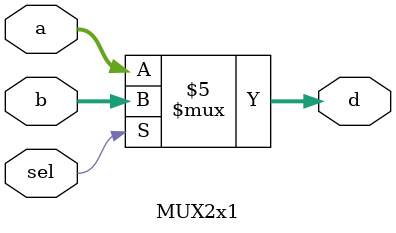
<source format=v>
`timescale 1ns / 1ps


module MUX2x1(a, b, sel, d);
    parameter DATAWIDTH = 8;
    input [DATAWIDTH - 1 : 0] a, b;
    input sel;
    output reg [DATAWIDTH - 1 : 0] d;
        
    initial begin
        d <= 0;
    end
    
    always @(a, b, sel) begin
        if (sel == 1'b0) begin
            d <= a;
        end
        else begin
            d <= b;
        end
    end   
 
endmodule

</source>
